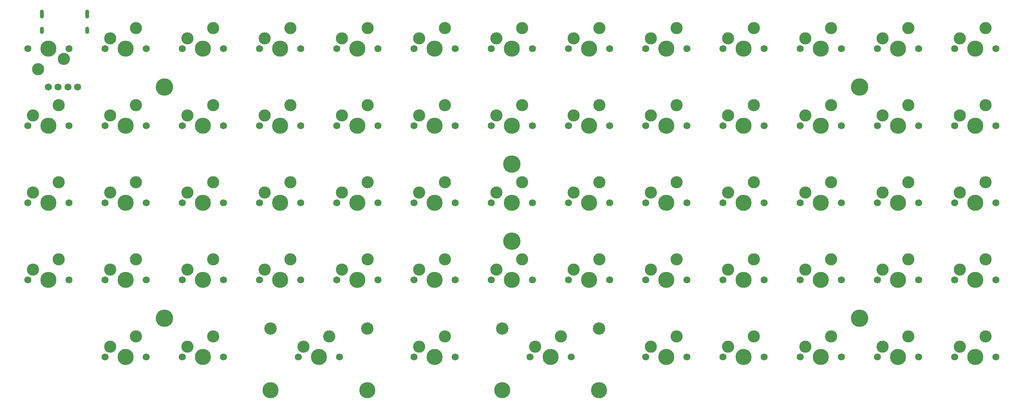
<source format=gts>
G04 #@! TF.GenerationSoftware,KiCad,Pcbnew,(5.1.10-1-10_14)*
G04 #@! TF.CreationDate,2021-08-25T20:34:20+10:00*
G04 #@! TF.ProjectId,WTL62,57544c36-322e-46b6-9963-61645f706362,rev?*
G04 #@! TF.SameCoordinates,Original*
G04 #@! TF.FileFunction,Soldermask,Top*
G04 #@! TF.FilePolarity,Negative*
%FSLAX46Y46*%
G04 Gerber Fmt 4.6, Leading zero omitted, Abs format (unit mm)*
G04 Created by KiCad (PCBNEW (5.1.10-1-10_14)) date 2021-08-25 20:34:20*
%MOMM*%
%LPD*%
G01*
G04 APERTURE LIST*
%ADD10C,4.300000*%
%ADD11C,1.752600*%
%ADD12C,1.000000*%
%ADD13C,1.750000*%
%ADD14C,3.000000*%
%ADD15C,3.987800*%
%ADD16C,3.048000*%
G04 APERTURE END LIST*
D10*
X147637500Y-80962500D03*
X147637500Y-61912500D03*
X61912500Y-100012500D03*
X61912500Y-42862500D03*
X233362500Y-42862500D03*
X233362500Y-100012500D03*
D11*
X33337500Y-42862500D03*
X40481250Y-42862500D03*
X38100000Y-42862500D03*
X35718750Y-42862500D03*
D12*
X42881550Y-28968700D03*
X42881250Y-28452000D03*
X42881250Y-29214000D03*
X42881250Y-28714700D03*
X31730650Y-28714700D03*
X31730650Y-29214000D03*
X31730650Y-28452000D03*
X31730950Y-28968700D03*
X31730950Y-25146000D03*
X31730950Y-25438100D03*
X31731250Y-24218900D03*
X31730950Y-24498300D03*
X31730950Y-24803100D03*
X42881550Y-25425400D03*
X42881550Y-25133300D03*
X42881550Y-24790400D03*
X42881550Y-24485600D03*
X42881850Y-24206200D03*
D13*
X209867500Y-71437500D03*
X199707500Y-71437500D03*
D14*
X200977500Y-68897500D03*
D15*
X204787500Y-71437500D03*
D14*
X207327500Y-66357500D03*
D15*
X145224500Y-117792500D03*
X169100500Y-117792500D03*
D16*
X145224500Y-102552500D03*
X169100500Y-102552500D03*
D13*
X162242500Y-109537500D03*
X152082500Y-109537500D03*
D14*
X153352500Y-106997500D03*
D15*
X157162500Y-109537500D03*
D14*
X159702500Y-104457500D03*
D15*
X88074500Y-117792500D03*
X111950500Y-117792500D03*
D16*
X88074500Y-102552500D03*
X111950500Y-102552500D03*
D13*
X105092500Y-109537500D03*
X94932500Y-109537500D03*
D14*
X96202500Y-106997500D03*
D15*
X100012500Y-109537500D03*
D14*
X102552500Y-104457500D03*
D13*
X171767500Y-33337500D03*
X161607500Y-33337500D03*
D14*
X162877500Y-30797500D03*
D15*
X166687500Y-33337500D03*
D14*
X169227500Y-28257500D03*
D13*
X190817500Y-33337500D03*
X180657500Y-33337500D03*
D14*
X181927500Y-30797500D03*
D15*
X185737500Y-33337500D03*
D14*
X188277500Y-28257500D03*
D13*
X209867500Y-33337500D03*
X199707500Y-33337500D03*
D14*
X200977500Y-30797500D03*
D15*
X204787500Y-33337500D03*
D14*
X207327500Y-28257500D03*
D13*
X228917500Y-33337500D03*
X218757500Y-33337500D03*
D14*
X220027500Y-30797500D03*
D15*
X223837500Y-33337500D03*
D14*
X226377500Y-28257500D03*
D13*
X247967500Y-33337500D03*
X237807500Y-33337500D03*
D14*
X239077500Y-30797500D03*
D15*
X242887500Y-33337500D03*
D14*
X245427500Y-28257500D03*
D13*
X267017500Y-33337500D03*
X256857500Y-33337500D03*
D14*
X258127500Y-30797500D03*
D15*
X261937500Y-33337500D03*
D14*
X264477500Y-28257500D03*
D13*
X171767500Y-52387500D03*
X161607500Y-52387500D03*
D14*
X162877500Y-49847500D03*
D15*
X166687500Y-52387500D03*
D14*
X169227500Y-47307500D03*
D13*
X190817500Y-52387500D03*
X180657500Y-52387500D03*
D14*
X181927500Y-49847500D03*
D15*
X185737500Y-52387500D03*
D14*
X188277500Y-47307500D03*
D13*
X209867500Y-52387500D03*
X199707500Y-52387500D03*
D14*
X200977500Y-49847500D03*
D15*
X204787500Y-52387500D03*
D14*
X207327500Y-47307500D03*
D13*
X228917500Y-52387500D03*
X218757500Y-52387500D03*
D14*
X220027500Y-49847500D03*
D15*
X223837500Y-52387500D03*
D14*
X226377500Y-47307500D03*
D13*
X247967500Y-52387500D03*
X237807500Y-52387500D03*
D14*
X239077500Y-49847500D03*
D15*
X242887500Y-52387500D03*
D14*
X245427500Y-47307500D03*
D13*
X267017500Y-52387500D03*
X256857500Y-52387500D03*
D14*
X258127500Y-49847500D03*
D15*
X261937500Y-52387500D03*
D14*
X264477500Y-47307500D03*
D13*
X171767500Y-71437500D03*
X161607500Y-71437500D03*
D14*
X162877500Y-68897500D03*
D15*
X166687500Y-71437500D03*
D14*
X169227500Y-66357500D03*
D13*
X190817500Y-71437500D03*
X180657500Y-71437500D03*
D14*
X181927500Y-68897500D03*
D15*
X185737500Y-71437500D03*
D14*
X188277500Y-66357500D03*
D13*
X228917500Y-71437500D03*
X218757500Y-71437500D03*
D14*
X220027500Y-68897500D03*
D15*
X223837500Y-71437500D03*
D14*
X226377500Y-66357500D03*
D13*
X247967500Y-71437500D03*
X237807500Y-71437500D03*
D14*
X239077500Y-68897500D03*
D15*
X242887500Y-71437500D03*
D14*
X245427500Y-66357500D03*
D13*
X267017500Y-71437500D03*
X256857500Y-71437500D03*
D14*
X258127500Y-68897500D03*
D15*
X261937500Y-71437500D03*
D14*
X264477500Y-66357500D03*
D13*
X171767500Y-90487500D03*
X161607500Y-90487500D03*
D14*
X162877500Y-87947500D03*
D15*
X166687500Y-90487500D03*
D14*
X169227500Y-85407500D03*
D13*
X190817500Y-90487500D03*
X180657500Y-90487500D03*
D14*
X181927500Y-87947500D03*
D15*
X185737500Y-90487500D03*
D14*
X188277500Y-85407500D03*
D13*
X209867500Y-90487500D03*
X199707500Y-90487500D03*
D14*
X200977500Y-87947500D03*
D15*
X204787500Y-90487500D03*
D14*
X207327500Y-85407500D03*
D13*
X228917500Y-90487500D03*
X218757500Y-90487500D03*
D14*
X220027500Y-87947500D03*
D15*
X223837500Y-90487500D03*
D14*
X226377500Y-85407500D03*
D13*
X247967500Y-90487500D03*
X237807500Y-90487500D03*
D14*
X239077500Y-87947500D03*
D15*
X242887500Y-90487500D03*
D14*
X245427500Y-85407500D03*
D13*
X267017500Y-90487500D03*
X256857500Y-90487500D03*
D14*
X258127500Y-87947500D03*
D15*
X261937500Y-90487500D03*
D14*
X264477500Y-85407500D03*
D13*
X190817500Y-109537500D03*
X180657500Y-109537500D03*
D14*
X181927500Y-106997500D03*
D15*
X185737500Y-109537500D03*
D14*
X188277500Y-104457500D03*
D13*
X209867500Y-109537500D03*
X199707500Y-109537500D03*
D14*
X200977500Y-106997500D03*
D15*
X204787500Y-109537500D03*
D14*
X207327500Y-104457500D03*
D13*
X228917500Y-109537500D03*
X218757500Y-109537500D03*
D14*
X220027500Y-106997500D03*
D15*
X223837500Y-109537500D03*
D14*
X226377500Y-104457500D03*
D13*
X247967500Y-109537500D03*
X237807500Y-109537500D03*
D14*
X239077500Y-106997500D03*
D15*
X242887500Y-109537500D03*
D14*
X245427500Y-104457500D03*
D13*
X267017500Y-109537500D03*
X256857500Y-109537500D03*
D14*
X258127500Y-106997500D03*
D15*
X261937500Y-109537500D03*
D14*
X264477500Y-104457500D03*
D13*
X133667500Y-109537500D03*
X123507500Y-109537500D03*
D14*
X124777500Y-106997500D03*
D15*
X128587500Y-109537500D03*
D14*
X131127500Y-104457500D03*
D13*
X76517500Y-109537500D03*
X66357500Y-109537500D03*
D14*
X67627500Y-106997500D03*
D15*
X71437500Y-109537500D03*
D14*
X73977500Y-104457500D03*
D13*
X57467500Y-109537500D03*
X47307500Y-109537500D03*
D14*
X48577500Y-106997500D03*
D15*
X52387500Y-109537500D03*
D14*
X54927500Y-104457500D03*
D13*
X152717500Y-90487500D03*
X142557500Y-90487500D03*
D14*
X143827500Y-87947500D03*
D15*
X147637500Y-90487500D03*
D14*
X150177500Y-85407500D03*
D13*
X133667500Y-90487500D03*
X123507500Y-90487500D03*
D14*
X124777500Y-87947500D03*
D15*
X128587500Y-90487500D03*
D14*
X131127500Y-85407500D03*
D13*
X114617500Y-90487500D03*
X104457500Y-90487500D03*
D14*
X105727500Y-87947500D03*
D15*
X109537500Y-90487500D03*
D14*
X112077500Y-85407500D03*
D13*
X95567500Y-90487500D03*
X85407500Y-90487500D03*
D14*
X86677500Y-87947500D03*
D15*
X90487500Y-90487500D03*
D14*
X93027500Y-85407500D03*
D13*
X76517500Y-90487500D03*
X66357500Y-90487500D03*
D14*
X67627500Y-87947500D03*
D15*
X71437500Y-90487500D03*
D14*
X73977500Y-85407500D03*
D13*
X57467500Y-90487500D03*
X47307500Y-90487500D03*
D14*
X48577500Y-87947500D03*
D15*
X52387500Y-90487500D03*
D14*
X54927500Y-85407500D03*
D13*
X38417500Y-90487500D03*
X28257500Y-90487500D03*
D14*
X29527500Y-87947500D03*
D15*
X33337500Y-90487500D03*
D14*
X35877500Y-85407500D03*
D13*
X152717500Y-71437500D03*
X142557500Y-71437500D03*
D14*
X143827500Y-68897500D03*
D15*
X147637500Y-71437500D03*
D14*
X150177500Y-66357500D03*
D13*
X133667500Y-71437500D03*
X123507500Y-71437500D03*
D14*
X124777500Y-68897500D03*
D15*
X128587500Y-71437500D03*
D14*
X131127500Y-66357500D03*
D13*
X114617500Y-71437500D03*
X104457500Y-71437500D03*
D14*
X105727500Y-68897500D03*
D15*
X109537500Y-71437500D03*
D14*
X112077500Y-66357500D03*
D13*
X95567500Y-71437500D03*
X85407500Y-71437500D03*
D14*
X86677500Y-68897500D03*
D15*
X90487500Y-71437500D03*
D14*
X93027500Y-66357500D03*
D13*
X76517500Y-71437500D03*
X66357500Y-71437500D03*
D14*
X67627500Y-68897500D03*
D15*
X71437500Y-71437500D03*
D14*
X73977500Y-66357500D03*
D13*
X57467500Y-71437500D03*
X47307500Y-71437500D03*
D14*
X48577500Y-68897500D03*
D15*
X52387500Y-71437500D03*
D14*
X54927500Y-66357500D03*
D13*
X38417500Y-71437500D03*
X28257500Y-71437500D03*
D14*
X29527500Y-68897500D03*
D15*
X33337500Y-71437500D03*
D14*
X35877500Y-66357500D03*
D13*
X152717500Y-52387500D03*
X142557500Y-52387500D03*
D14*
X143827500Y-49847500D03*
D15*
X147637500Y-52387500D03*
D14*
X150177500Y-47307500D03*
D13*
X133667500Y-52387500D03*
X123507500Y-52387500D03*
D14*
X124777500Y-49847500D03*
D15*
X128587500Y-52387500D03*
D14*
X131127500Y-47307500D03*
D13*
X114617500Y-52387500D03*
X104457500Y-52387500D03*
D14*
X105727500Y-49847500D03*
D15*
X109537500Y-52387500D03*
D14*
X112077500Y-47307500D03*
D13*
X95567500Y-52387500D03*
X85407500Y-52387500D03*
D14*
X86677500Y-49847500D03*
D15*
X90487500Y-52387500D03*
D14*
X93027500Y-47307500D03*
D13*
X76517500Y-52387500D03*
X66357500Y-52387500D03*
D14*
X67627500Y-49847500D03*
D15*
X71437500Y-52387500D03*
D14*
X73977500Y-47307500D03*
D13*
X57467500Y-52387500D03*
X47307500Y-52387500D03*
D14*
X48577500Y-49847500D03*
D15*
X52387500Y-52387500D03*
D14*
X54927500Y-47307500D03*
D13*
X38417500Y-52387500D03*
X28257500Y-52387500D03*
D14*
X29527500Y-49847500D03*
D15*
X33337500Y-52387500D03*
D14*
X35877500Y-47307500D03*
D13*
X152717500Y-33337500D03*
X142557500Y-33337500D03*
D14*
X143827500Y-30797500D03*
D15*
X147637500Y-33337500D03*
D14*
X150177500Y-28257500D03*
D13*
X133667500Y-33337500D03*
X123507500Y-33337500D03*
D14*
X124777500Y-30797500D03*
D15*
X128587500Y-33337500D03*
D14*
X131127500Y-28257500D03*
D13*
X114617500Y-33337500D03*
X104457500Y-33337500D03*
D14*
X105727500Y-30797500D03*
D15*
X109537500Y-33337500D03*
D14*
X112077500Y-28257500D03*
D13*
X95567500Y-33337500D03*
X85407500Y-33337500D03*
D14*
X86677500Y-30797500D03*
D15*
X90487500Y-33337500D03*
D14*
X93027500Y-28257500D03*
D13*
X76517500Y-33337500D03*
X66357500Y-33337500D03*
D14*
X67627500Y-30797500D03*
D15*
X71437500Y-33337500D03*
D14*
X73977500Y-28257500D03*
D13*
X57467500Y-33337500D03*
X47307500Y-33337500D03*
D14*
X48577500Y-30797500D03*
D15*
X52387500Y-33337500D03*
D14*
X54927500Y-28257500D03*
D13*
X28257500Y-33337500D03*
X38417500Y-33337500D03*
D14*
X37147500Y-35877500D03*
D15*
X33337500Y-33337500D03*
D14*
X30797500Y-38417500D03*
M02*

</source>
